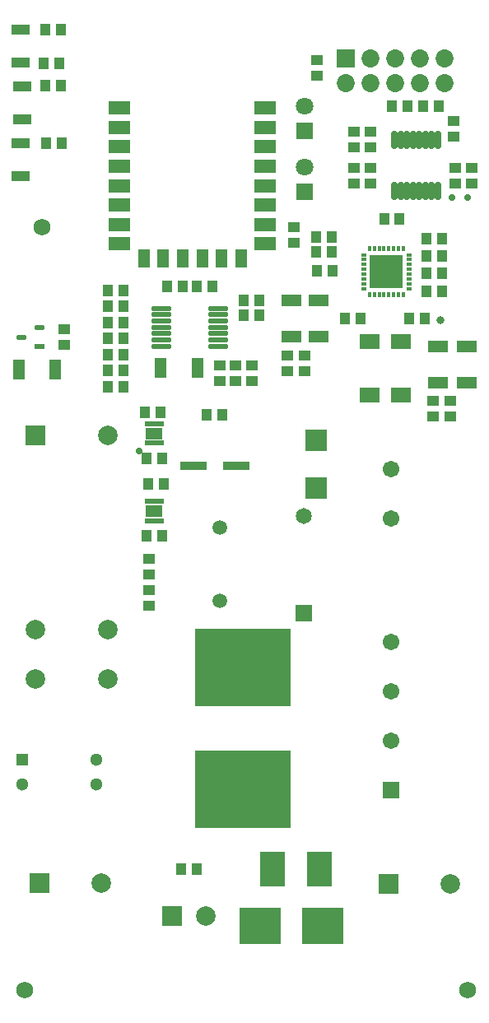
<source format=gts>
G04*
G04 #@! TF.GenerationSoftware,Altium Limited,Altium Designer,20.2.8 (258)*
G04*
G04 Layer_Color=8388736*
%FSLAX25Y25*%
%MOIN*%
G70*
G04*
G04 #@! TF.SameCoordinates,EDA4C1AF-4C8F-4A80-A391-42A014D8E1DD*
G04*
G04*
G04 #@! TF.FilePolarity,Negative*
G04*
G01*
G75*
%ADD17R,0.04737X0.04343*%
%ADD18R,0.05131X0.07493*%
%ADD19R,0.08674X0.05524*%
%ADD20R,0.01981X0.02178*%
%ADD21R,0.07099X0.05131*%
%ADD22R,0.04343X0.04737*%
%ADD23R,0.11036X0.03359*%
%ADD24R,0.04921X0.07874*%
%ADD25R,0.04231X0.02118*%
G04:AMPARAMS|DCode=26|XSize=42.31mil|YSize=21.18mil|CornerRadius=10.59mil|HoleSize=0mil|Usage=FLASHONLY|Rotation=180.000|XOffset=0mil|YOffset=0mil|HoleType=Round|Shape=RoundedRectangle|*
%AMROUNDEDRECTD26*
21,1,0.04231,0.00000,0,0,180.0*
21,1,0.02113,0.02118,0,0,180.0*
1,1,0.02118,-0.01056,0.00000*
1,1,0.02118,0.01056,0.00000*
1,1,0.02118,0.01056,0.00000*
1,1,0.02118,-0.01056,0.00000*
%
%ADD26ROUNDEDRECTD26*%
%ADD27R,0.38595X0.31509*%
%ADD28R,0.08898X0.08504*%
%ADD29R,0.10131X0.14068*%
%ADD30O,0.08083X0.02178*%
G04:AMPARAMS|DCode=31|XSize=72.57mil|YSize=24.14mil|CornerRadius=6.02mil|HoleSize=0mil|Usage=FLASHONLY|Rotation=90.000|XOffset=0mil|YOffset=0mil|HoleType=Round|Shape=RoundedRectangle|*
%AMROUNDEDRECTD31*
21,1,0.07257,0.01211,0,0,90.0*
21,1,0.06053,0.02414,0,0,90.0*
1,1,0.01204,0.00605,0.03027*
1,1,0.01204,0.00605,-0.03027*
1,1,0.01204,-0.00605,-0.03027*
1,1,0.01204,-0.00605,0.03027*
%
%ADD31ROUNDEDRECTD31*%
%ADD32R,0.07493X0.03950*%
%ADD33R,0.07874X0.04921*%
%ADD34R,0.08280X0.05918*%
%ADD35R,0.01181X0.02362*%
%ADD36R,0.02362X0.01181*%
%ADD37R,0.13583X0.13583*%
%ADD38R,0.16700X0.15000*%
%ADD39C,0.06800*%
%ADD40C,0.07296*%
%ADD41R,0.07296X0.07296*%
%ADD42R,0.07099X0.07099*%
%ADD43C,0.07099*%
%ADD44R,0.07874X0.07874*%
%ADD45C,0.07874*%
%ADD46C,0.07887*%
%ADD47R,0.07887X0.07887*%
%ADD48C,0.05950*%
%ADD49R,0.06509X0.06509*%
%ADD50C,0.06509*%
%ADD51R,0.06737X0.06737*%
%ADD52C,0.06737*%
%ADD53R,0.05118X0.05118*%
%ADD54C,0.05118*%
%ADD55R,0.07887X0.07887*%
%ADD56C,0.03162*%
%ADD57C,0.02769*%
D17*
X696600Y451150D02*
D03*
Y457450D02*
D03*
X704000Y432350D02*
D03*
Y438650D02*
D03*
X697500D02*
D03*
Y432350D02*
D03*
X539000Y366850D02*
D03*
Y373150D02*
D03*
X573500Y273850D02*
D03*
Y280150D02*
D03*
Y261350D02*
D03*
Y267650D02*
D03*
X615000Y358650D02*
D03*
Y352350D02*
D03*
X608500Y358650D02*
D03*
Y352350D02*
D03*
X602000Y358650D02*
D03*
Y352350D02*
D03*
X632000Y414650D02*
D03*
Y408350D02*
D03*
X656500Y432350D02*
D03*
Y438650D02*
D03*
X663000Y432350D02*
D03*
Y438650D02*
D03*
X656500Y453150D02*
D03*
Y446850D02*
D03*
X663000Y453150D02*
D03*
Y446850D02*
D03*
X636500Y362650D02*
D03*
Y356350D02*
D03*
X695500Y337850D02*
D03*
Y344150D02*
D03*
X629500Y356350D02*
D03*
Y362650D02*
D03*
X688500Y344150D02*
D03*
Y337850D02*
D03*
X641300Y482250D02*
D03*
Y475950D02*
D03*
D18*
X610658Y401850D02*
D03*
X602783D02*
D03*
X594909D02*
D03*
X587035D02*
D03*
X579161D02*
D03*
X571287D02*
D03*
D19*
X620500Y462874D02*
D03*
Y455000D02*
D03*
Y447126D02*
D03*
Y439252D02*
D03*
Y431378D02*
D03*
Y423504D02*
D03*
Y415630D02*
D03*
Y407756D02*
D03*
X561445D02*
D03*
Y415630D02*
D03*
Y423504D02*
D03*
Y431378D02*
D03*
Y439252D02*
D03*
Y447126D02*
D03*
Y455000D02*
D03*
Y462874D02*
D03*
D20*
X572547Y327063D02*
D03*
X574516D02*
D03*
X576484D02*
D03*
X578453D02*
D03*
X572547Y334937D02*
D03*
X574516D02*
D03*
X576484D02*
D03*
X578453D02*
D03*
Y303437D02*
D03*
X576484D02*
D03*
X574516D02*
D03*
X572547D02*
D03*
X578453Y295563D02*
D03*
X576484D02*
D03*
X574516D02*
D03*
X572547D02*
D03*
D21*
X575500Y331000D02*
D03*
Y299500D02*
D03*
D22*
X573128Y310568D02*
D03*
X579428D02*
D03*
X572350Y289500D02*
D03*
X578650D02*
D03*
Y321000D02*
D03*
X572350D02*
D03*
X571850Y339500D02*
D03*
X578150D02*
D03*
X603150Y338500D02*
D03*
X596850D02*
D03*
X580850Y390500D02*
D03*
X587150D02*
D03*
X592850D02*
D03*
X599150D02*
D03*
X611850Y385000D02*
D03*
X618150D02*
D03*
X563150Y356500D02*
D03*
X556850D02*
D03*
X563150Y363000D02*
D03*
X556850D02*
D03*
X556850Y369500D02*
D03*
X563150D02*
D03*
X556850Y376000D02*
D03*
X563150D02*
D03*
X556850Y382500D02*
D03*
X563150D02*
D03*
X563150Y389000D02*
D03*
X556850D02*
D03*
X563150Y350000D02*
D03*
X556850D02*
D03*
X611850Y379000D02*
D03*
X618150D02*
D03*
X671850Y463500D02*
D03*
X678150D02*
D03*
X690650D02*
D03*
X684350D02*
D03*
X685850Y402897D02*
D03*
X692150D02*
D03*
X674850Y417900D02*
D03*
X668550D02*
D03*
X678850Y377500D02*
D03*
X685150D02*
D03*
X692150Y388690D02*
D03*
X685850D02*
D03*
X692150Y395793D02*
D03*
X685850D02*
D03*
X647650Y397000D02*
D03*
X641350D02*
D03*
X641201Y404500D02*
D03*
X647500D02*
D03*
X659150Y377500D02*
D03*
X652850D02*
D03*
X641201Y410500D02*
D03*
X647500D02*
D03*
X685850Y410000D02*
D03*
X692150D02*
D03*
X538150Y448500D02*
D03*
X531850D02*
D03*
X537650Y472000D02*
D03*
X531350D02*
D03*
X592799Y154500D02*
D03*
X586500D02*
D03*
X531350Y494500D02*
D03*
X537650D02*
D03*
X537150Y481000D02*
D03*
X530850D02*
D03*
D23*
X608661Y318000D02*
D03*
X591339D02*
D03*
D24*
X535382Y357000D02*
D03*
X520618D02*
D03*
X592882Y357500D02*
D03*
X578118D02*
D03*
D25*
X529181Y366260D02*
D03*
D26*
Y373740D02*
D03*
X521819Y370000D02*
D03*
D27*
X611500Y236106D02*
D03*
Y186894D02*
D03*
D28*
X641000Y308854D02*
D03*
Y328146D02*
D03*
D29*
X623531Y154500D02*
D03*
X642469D02*
D03*
D30*
X601516Y366323D02*
D03*
Y368882D02*
D03*
Y371441D02*
D03*
Y374000D02*
D03*
Y376559D02*
D03*
Y379118D02*
D03*
Y381677D02*
D03*
X578484Y366323D02*
D03*
Y368882D02*
D03*
Y371441D02*
D03*
Y374000D02*
D03*
Y376559D02*
D03*
Y379118D02*
D03*
Y381677D02*
D03*
D31*
X672750Y449874D02*
D03*
X675250D02*
D03*
X677750D02*
D03*
X680250D02*
D03*
X682750D02*
D03*
X685250D02*
D03*
X687750D02*
D03*
X690250D02*
D03*
Y429126D02*
D03*
X687750D02*
D03*
X685250D02*
D03*
X682750D02*
D03*
X680250D02*
D03*
X677750D02*
D03*
X675250D02*
D03*
X672750D02*
D03*
D32*
X521500Y481307D02*
D03*
Y494693D02*
D03*
X522000Y458307D02*
D03*
Y471693D02*
D03*
X521500Y435114D02*
D03*
Y448500D02*
D03*
D33*
X702000Y366382D02*
D03*
Y351618D02*
D03*
X690500D02*
D03*
Y366382D02*
D03*
X642000Y384882D02*
D03*
Y370118D02*
D03*
X631000D02*
D03*
Y384882D02*
D03*
D34*
X662701Y346673D02*
D03*
X675299D02*
D03*
X662701Y368327D02*
D03*
X675299D02*
D03*
D35*
X662610Y387248D02*
D03*
X664579D02*
D03*
X666547D02*
D03*
X668516D02*
D03*
X670484D02*
D03*
X672453D02*
D03*
X674421D02*
D03*
X676390D02*
D03*
Y405752D02*
D03*
X674421D02*
D03*
X672453D02*
D03*
X670484D02*
D03*
X668516D02*
D03*
X666547D02*
D03*
X664579D02*
D03*
X662610D02*
D03*
D36*
X678752Y389610D02*
D03*
Y391579D02*
D03*
Y393547D02*
D03*
Y395516D02*
D03*
Y397484D02*
D03*
Y399453D02*
D03*
Y401421D02*
D03*
Y403390D02*
D03*
X660248D02*
D03*
Y401421D02*
D03*
Y399453D02*
D03*
Y397484D02*
D03*
Y395516D02*
D03*
Y393547D02*
D03*
Y391579D02*
D03*
Y389610D02*
D03*
D37*
X669500Y396500D02*
D03*
D38*
X618450Y131500D02*
D03*
X643550D02*
D03*
D39*
X702500Y105500D02*
D03*
X523000D02*
D03*
X530000Y414500D02*
D03*
D40*
X673000Y472752D02*
D03*
Y482752D02*
D03*
X653000Y472752D02*
D03*
X663000Y482752D02*
D03*
Y472752D02*
D03*
X683000Y482752D02*
D03*
X693000D02*
D03*
X683000Y472752D02*
D03*
X693000D02*
D03*
D41*
X653000Y482752D02*
D03*
D42*
X636500Y453500D02*
D03*
Y429000D02*
D03*
D43*
Y463500D02*
D03*
Y439000D02*
D03*
D44*
X527236Y330138D02*
D03*
D45*
X556764D02*
D03*
X527236Y251398D02*
D03*
X556764D02*
D03*
Y231713D02*
D03*
X527236D02*
D03*
D46*
X695500Y148500D02*
D03*
X554000Y149000D02*
D03*
X596500Y135500D02*
D03*
D47*
X670500Y148500D02*
D03*
X529000Y149000D02*
D03*
D48*
X602000Y292764D02*
D03*
Y263236D02*
D03*
D49*
X636000Y258315D02*
D03*
D50*
Y297685D02*
D03*
D51*
X671500Y186500D02*
D03*
D52*
Y206500D02*
D03*
Y226500D02*
D03*
Y246500D02*
D03*
Y316500D02*
D03*
Y296500D02*
D03*
D53*
X522039Y199000D02*
D03*
D54*
Y189000D02*
D03*
X551961D02*
D03*
Y199000D02*
D03*
D55*
X582721Y135500D02*
D03*
D56*
X691500Y377000D02*
D03*
D57*
X569500Y324000D02*
D03*
X702500Y426500D02*
D03*
X696000D02*
D03*
X573531Y331000D02*
D03*
X577468D02*
D03*
Y299500D02*
D03*
X573531D02*
D03*
M02*

</source>
